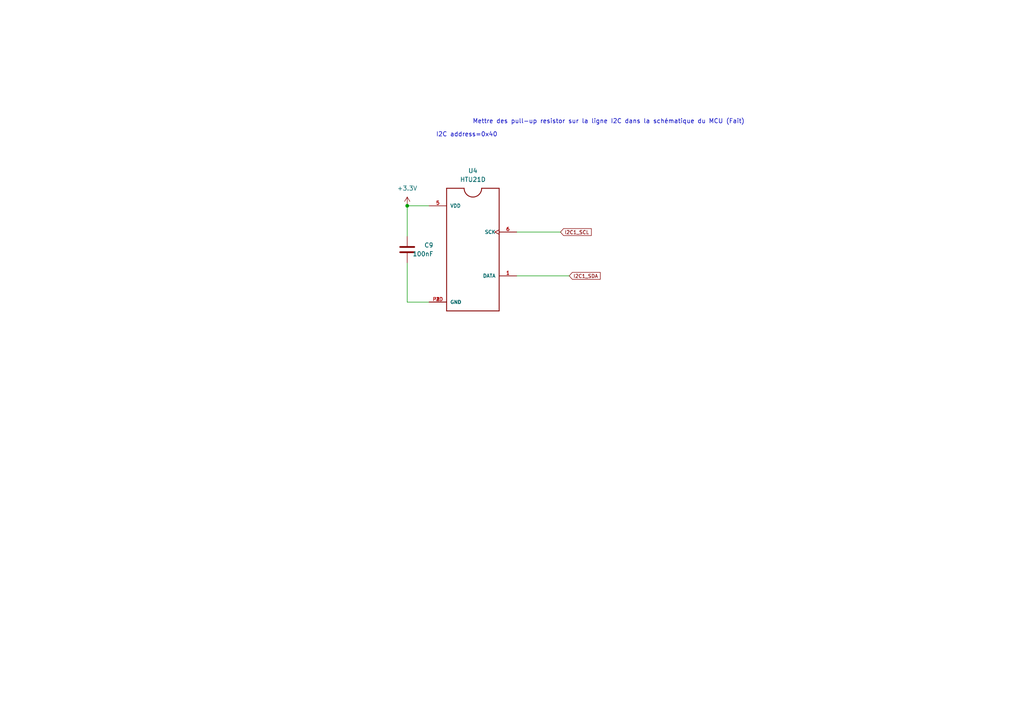
<source format=kicad_sch>
(kicad_sch (version 20231120) (generator "eeschema") (generator_version "8.0")
  (paper "A4")
  (lib_symbols
    (symbol "Device:C" (pin_numbers hide) (pin_names (offset 0.254))
      (property "Reference" "C" (at 0.635 2.54 0))
      (property "Value" "C" (at 0.635 -2.54 0))
      (symbol "C_0_1"
        (polyline (pts (xy -2.032 -0.762) (xy 2.032 -0.762)) (stroke (width 0.508)))
        (polyline (pts (xy -2.032 0.762) (xy 2.032 0.762)) (stroke (width 0.508)))
      )
      (symbol "C_1_1"
        (pin passive line (at 0 3.81 270) (length 2.794) (name "~") (number "1"))
        (pin passive line (at 0 -3.81 90) (length 2.794) (name "~") (number "2"))
      )
    )
    (symbol "HTU21D:HTU21D" (pin_names (offset 1.016))
      (property "Reference" "U" (at -7.6294 20.3451 0))
      (property "Value" "HTU21D" (at -7.6333 -22.8998 0))
      (symbol "HTU21D_0_0"
        (arc (start -2.54 17.78) (mid 0 15.251) (end 2.54 17.78) (stroke (width 0.254)))
        (polyline (pts (xy -7.62 -17.78) (xy -7.62 17.78)) (stroke (width 0.254)))
        (polyline (pts (xy -7.62 17.78) (xy -2.54 17.78)) (stroke (width 0.254)))
        (polyline (pts (xy 2.54 17.78) (xy 7.62 17.78)) (stroke (width 0.254)))
        (polyline (pts (xy 7.62 -17.78) (xy -7.62 -17.78)) (stroke (width 0.254)))
        (polyline (pts (xy 7.62 17.78) (xy 7.62 -17.78)) (stroke (width 0.254)))
        (pin bidirectional line (at -12.7 -7.62 0) (length 5.08) (name "DATA") (number "1"))
        (pin passive line (at 12.7 -15.24 180) (length 5.08) (name "GND") (number "2"))
        (pin power_in line (at 12.7 12.7 180) (length 5.08) (name "VDD") (number "5"))
        (pin input clock (at -12.7 5.08 0) (length 5.08) (name "SCK") (number "6"))
        (pin passive line (at 12.7 -15.24 180) (length 5.08) (name "GND") (number "PAD"))
      )
    )
    (symbol "power:+3.3V" (power) (pin_numbers hide) (pin_names (offset 0) hide)
      (property "Value" "+3.3V" (at 0 3.556 0))
      (symbol "+3.3V_0_1"
        (polyline (pts (xy -0.762 1.27) (xy 0 2.54)))
        (polyline (pts (xy 0 0) (xy 0 2.54)))
        (polyline (pts (xy 0 2.54) (xy 0.762 1.27)))
      )
      (symbol "+3.3V_1_1"
        (pin power_in line (at 0 0 90) (length 0) (name "~") (number "1"))
      )
    )
  )
  (junction (at 118.11 59.69))
  (wire (pts (xy 118.11 76.2) (xy 118.11 87.63)))
  (wire (pts (xy 149.86 67.31) (xy 162.56 67.31)))
  (wire (pts (xy 118.11 87.63) (xy 124.46 87.63)))
  (wire (pts (xy 149.86 80.01) (xy 165.1 80.01)))
  (wire (pts (xy 118.11 59.69) (xy 118.11 68.58)))
  (wire (pts (xy 118.11 59.69) (xy 124.46 59.69)))
  (text "I2C address=0x40" (at 135.382 39.116 0) (effects (font (size 1.27 1.27))))
  (text "Mettre des pull-up resistor sur la ligne I2C dans la schématique du MCU (Fait)\n" (at 176.53 35.306 0) (effects (font (size 1.27 1.27))))
  (global_label "I2C1_SDA" (shape input) (at 165.1 80.01 0) (effects (font (size 1.016 1.016))) (property "Intersheetrefs" "${INTERSHEET_REFS}" (effects (hide yes))))
  (global_label "I2C1_SCL" (shape input) (at 162.56 67.31 0) (effects (font (size 1.016 1.016))) (property "Intersheetrefs" "${INTERSHEET_REFS}" (effects (hide yes))))
  (symbol (lib_id "HTU21D:HTU21D") (at 137.16 72.39 0) (mirror y) (unit 1)
    (property "Reference" "U4" (at 137.16 49.53 0))
    (property "Value" "HTU21D" (at 137.16 52.07 0))
    (property "Footprint" "HTU21D:QFN100P300X300X100-7N" (effects (hide yes)))
    (property "Comment" "CAT-HSC0004" (effects (hide yes)))
    (property "MF" "TE Connectivity" (effects (hide yes)))
    (property "Description_1" "\nHTU21D Humidity, Temperature Sensor Xplained Pro Platform Evaluation Expansion Board\n" (effects (hide yes)))
    (property "Package" "DFN-6 Measurement Specialties" (effects (hide yes)))
    (property "Price" "None" (effects (hide yes)))
    (property "Check_prices" "https://www.snapeda.com/parts/HTU21D/TE+Connectivity+ALCOSWITCH+Switches/view-part/?ref=eda" (effects (hide yes)))
    (property "SnapEDA_Link" "https://www.snapeda.com/parts/HTU21D/TE+Connectivity+ALCOSWITCH+Switches/view-part/?ref=snap" (effects (hide yes)))
    (property "MP" "HTU21D" (effects (hide yes)))
    (property "Purchase-URL" "https://www.snapeda.com/api/url_track_click_mouser/?unipart_id=52602&manufacturer=TE Connectivity&part_name=HTU21D&search_term=None" (effects (hide yes)))
    (property "Availability" "Not in stock" (effects (hide yes)))
    (property "MANUFACTURER" "Measurement Specialties" (effects (hide yes)))
  )
  (symbol (lib_id "Device:C") (at 118.11 72.39 0) (mirror y) (unit 1)
    (property "Reference" "C9" (at 125.73 71.12 0) (effects (justify left)))
    (property "Value" "100nF" (at 125.73 73.66 0) (effects (justify left)))
    (property "Datasheet" "https://www.digikey.ca/en/products/detail/tdk-corporation/C2012X7S1A226M125AC/3951796" (effects (hide yes)))
  )
  (symbol (lib_id "power:+3.3V") (at 118.11 59.69 0) (unit 1)
    (property "Reference" "#PWR026" (effects (hide yes)))
    (property "Value" "+3.3V" (at 118.11 54.61 0))
    (property "Description" "Power symbol creates a global label with name \"+3.3V\"" (effects (hide yes)))
  )
)
</source>
